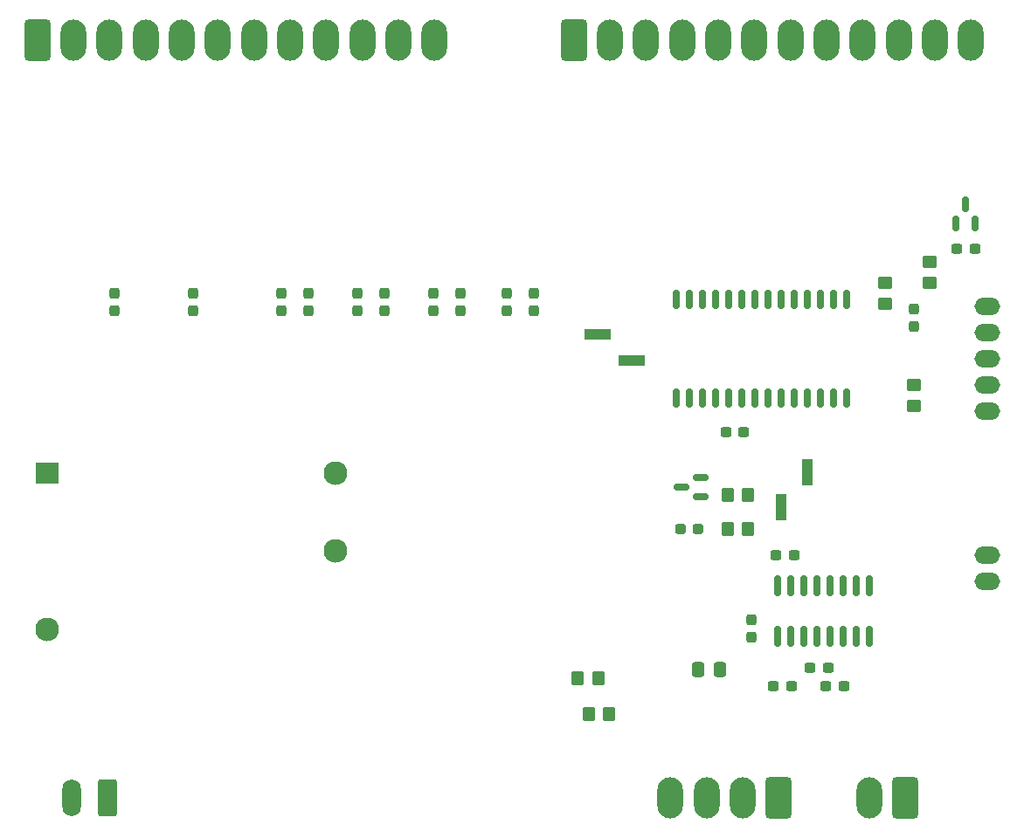
<source format=gbr>
%TF.GenerationSoftware,KiCad,Pcbnew,8.0.2*%
%TF.CreationDate,2024-12-10T14:01:00+01:00*%
%TF.ProjectId,energie,656e6572-6769-4652-9e6b-696361645f70,rev?*%
%TF.SameCoordinates,Original*%
%TF.FileFunction,Soldermask,Top*%
%TF.FilePolarity,Negative*%
%FSLAX46Y46*%
G04 Gerber Fmt 4.6, Leading zero omitted, Abs format (unit mm)*
G04 Created by KiCad (PCBNEW 8.0.2) date 2024-12-10 14:01:00*
%MOMM*%
%LPD*%
G01*
G04 APERTURE LIST*
G04 Aperture macros list*
%AMRoundRect*
0 Rectangle with rounded corners*
0 $1 Rounding radius*
0 $2 $3 $4 $5 $6 $7 $8 $9 X,Y pos of 4 corners*
0 Add a 4 corners polygon primitive as box body*
4,1,4,$2,$3,$4,$5,$6,$7,$8,$9,$2,$3,0*
0 Add four circle primitives for the rounded corners*
1,1,$1+$1,$2,$3*
1,1,$1+$1,$4,$5*
1,1,$1+$1,$6,$7*
1,1,$1+$1,$8,$9*
0 Add four rect primitives between the rounded corners*
20,1,$1+$1,$2,$3,$4,$5,0*
20,1,$1+$1,$4,$5,$6,$7,0*
20,1,$1+$1,$6,$7,$8,$9,0*
20,1,$1+$1,$8,$9,$2,$3,0*%
G04 Aperture macros list end*
%ADD10RoundRect,0.237500X0.237500X-0.287500X0.237500X0.287500X-0.237500X0.287500X-0.237500X-0.287500X0*%
%ADD11RoundRect,0.347223X0.902777X1.652777X-0.902777X1.652777X-0.902777X-1.652777X0.902777X-1.652777X0*%
%ADD12O,2.500000X4.000000*%
%ADD13R,1.000000X2.510000*%
%ADD14RoundRect,0.250000X0.650000X1.550000X-0.650000X1.550000X-0.650000X-1.550000X0.650000X-1.550000X0*%
%ADD15O,1.800000X3.600000*%
%ADD16RoundRect,0.250000X-0.450000X0.350000X-0.450000X-0.350000X0.450000X-0.350000X0.450000X0.350000X0*%
%ADD17RoundRect,0.237500X0.300000X0.237500X-0.300000X0.237500X-0.300000X-0.237500X0.300000X-0.237500X0*%
%ADD18RoundRect,0.237500X-0.287500X-0.237500X0.287500X-0.237500X0.287500X0.237500X-0.287500X0.237500X0*%
%ADD19RoundRect,0.250000X0.350000X0.450000X-0.350000X0.450000X-0.350000X-0.450000X0.350000X-0.450000X0*%
%ADD20RoundRect,0.250000X-0.337500X-0.475000X0.337500X-0.475000X0.337500X0.475000X-0.337500X0.475000X0*%
%ADD21RoundRect,0.237500X-0.300000X-0.237500X0.300000X-0.237500X0.300000X0.237500X-0.300000X0.237500X0*%
%ADD22RoundRect,0.250000X0.450000X-0.350000X0.450000X0.350000X-0.450000X0.350000X-0.450000X-0.350000X0*%
%ADD23RoundRect,0.347223X-0.902777X-1.652777X0.902777X-1.652777X0.902777X1.652777X-0.902777X1.652777X0*%
%ADD24O,2.500000X1.700000*%
%ADD25RoundRect,0.150000X0.150000X-0.587500X0.150000X0.587500X-0.150000X0.587500X-0.150000X-0.587500X0*%
%ADD26R,2.510000X1.000000*%
%ADD27RoundRect,0.150000X0.587500X0.150000X-0.587500X0.150000X-0.587500X-0.150000X0.587500X-0.150000X0*%
%ADD28RoundRect,0.237500X0.237500X-0.300000X0.237500X0.300000X-0.237500X0.300000X-0.237500X-0.300000X0*%
%ADD29RoundRect,0.150000X-0.150000X0.750000X-0.150000X-0.750000X0.150000X-0.750000X0.150000X0.750000X0*%
%ADD30RoundRect,0.150000X0.150000X-0.825000X0.150000X0.825000X-0.150000X0.825000X-0.150000X-0.825000X0*%
%ADD31R,2.300000X2.000000*%
%ADD32C,2.300000*%
%ADD33RoundRect,0.250000X-0.350000X-0.450000X0.350000X-0.450000X0.350000X0.450000X-0.350000X0.450000X0*%
G04 APERTURE END LIST*
D10*
%TO.C,D27*%
X108204000Y-83267000D03*
X108204000Y-81517000D03*
%TD*%
D11*
%TO.C,J4*%
X153812000Y-130429000D03*
D12*
X150312000Y-130429000D03*
X146812000Y-130429000D03*
X143312000Y-130429000D03*
%TD*%
D13*
%TO.C,J6*%
X156591000Y-98929000D03*
X154051000Y-102239000D03*
%TD*%
D10*
%TO.C,D28*%
X89408000Y-83267000D03*
X89408000Y-81517000D03*
%TD*%
D14*
%TO.C,J9*%
X88773000Y-130429000D03*
D15*
X85273000Y-130429000D03*
%TD*%
D10*
%TO.C,D14*%
X127458000Y-83267000D03*
X127458000Y-81517000D03*
%TD*%
D16*
%TO.C,R7*%
X164084000Y-80550000D03*
X164084000Y-82550000D03*
%TD*%
D17*
%TO.C,C8*%
X160120500Y-119634000D03*
X158395500Y-119634000D03*
%TD*%
D18*
%TO.C,D7*%
X144272000Y-104394000D03*
X146022000Y-104394000D03*
%TD*%
D19*
%TO.C,R11*%
X150860000Y-104394000D03*
X148860000Y-104394000D03*
%TD*%
%TO.C,R17*%
X136331200Y-118872000D03*
X134331200Y-118872000D03*
%TD*%
D20*
%TO.C,C11*%
X146028500Y-117983000D03*
X148103500Y-117983000D03*
%TD*%
D21*
%TO.C,C7*%
X156871500Y-117856000D03*
X158596500Y-117856000D03*
%TD*%
%TO.C,C9*%
X153315500Y-119634000D03*
X155040500Y-119634000D03*
%TD*%
D10*
%TO.C,D26*%
X105614000Y-83267000D03*
X105614000Y-81517000D03*
%TD*%
D22*
%TO.C,R9*%
X168402000Y-80502000D03*
X168402000Y-78502000D03*
%TD*%
D23*
%TO.C,J1*%
X133950000Y-57000000D03*
D12*
X137450000Y-57000000D03*
X140950000Y-57000000D03*
X144450000Y-57000000D03*
X147950000Y-57000000D03*
X151450000Y-57000000D03*
X154950000Y-57000000D03*
X158450000Y-57000000D03*
X161950000Y-57000000D03*
X165450000Y-57000000D03*
X168950000Y-57000000D03*
X172450000Y-57000000D03*
%TD*%
D24*
%TO.C,J2*%
X173990000Y-92964000D03*
X173990000Y-90424000D03*
X173990000Y-87884000D03*
X173990000Y-85344000D03*
X173990000Y-82804000D03*
%TD*%
D10*
%TO.C,D15*%
X130048000Y-83267000D03*
X130048000Y-81517000D03*
%TD*%
D25*
%TO.C,U3*%
X170942000Y-74773000D03*
X172842000Y-74773000D03*
X171892000Y-72898000D03*
%TD*%
D26*
%TO.C,J7*%
X139577000Y-88011000D03*
X136267000Y-85471000D03*
%TD*%
D10*
%TO.C,D24*%
X120346000Y-83267000D03*
X120346000Y-81517000D03*
%TD*%
%TO.C,D16*%
X112980000Y-83267000D03*
X112980000Y-81517000D03*
%TD*%
D27*
%TO.C,Q1*%
X146260000Y-101296000D03*
X146260000Y-99396000D03*
X144385000Y-100346000D03*
%TD*%
D23*
%TO.C,J5*%
X81964500Y-57000000D03*
D12*
X85464500Y-57000000D03*
X88964500Y-57000000D03*
X92464500Y-57000000D03*
X95964500Y-57000000D03*
X99464500Y-57000000D03*
X102964500Y-57000000D03*
X106464500Y-57000000D03*
X109964500Y-57000000D03*
X113464500Y-57000000D03*
X116964500Y-57000000D03*
X120464500Y-57000000D03*
%TD*%
D11*
%TO.C,J3*%
X166060000Y-130429000D03*
D12*
X162560000Y-130429000D03*
%TD*%
D10*
%TO.C,D25*%
X122936000Y-83267000D03*
X122936000Y-81517000D03*
%TD*%
D28*
%TO.C,C1*%
X166878000Y-84783000D03*
X166878000Y-83058000D03*
%TD*%
D29*
%TO.C,U2*%
X160387000Y-82094000D03*
X159117000Y-82094000D03*
X157847000Y-82094000D03*
X156577000Y-82094000D03*
X155307000Y-82094000D03*
X154037000Y-82094000D03*
X152767000Y-82094000D03*
X151497000Y-82094000D03*
X150227000Y-82094000D03*
X148957000Y-82094000D03*
X147687000Y-82094000D03*
X146417000Y-82094000D03*
X145147000Y-82094000D03*
X143877000Y-82094000D03*
X143877000Y-91694000D03*
X145147000Y-91694000D03*
X146417000Y-91694000D03*
X147687000Y-91694000D03*
X148957000Y-91694000D03*
X150227000Y-91694000D03*
X151497000Y-91694000D03*
X152767000Y-91694000D03*
X154037000Y-91694000D03*
X155307000Y-91694000D03*
X156577000Y-91694000D03*
X157847000Y-91694000D03*
X159117000Y-91694000D03*
X160387000Y-91694000D03*
%TD*%
D24*
%TO.C,J8*%
X173990000Y-106929000D03*
X173990000Y-109469000D03*
%TD*%
D30*
%TO.C,U4*%
X153670000Y-114808000D03*
X154940000Y-114808000D03*
X156210000Y-114808000D03*
X157480000Y-114808000D03*
X158750000Y-114808000D03*
X160020000Y-114808000D03*
X161290000Y-114808000D03*
X162560000Y-114808000D03*
X162560000Y-109858000D03*
X161290000Y-109858000D03*
X160020000Y-109858000D03*
X158750000Y-109858000D03*
X157480000Y-109858000D03*
X156210000Y-109858000D03*
X154940000Y-109858000D03*
X153670000Y-109858000D03*
%TD*%
D10*
%TO.C,D18*%
X97028000Y-83267000D03*
X97028000Y-81517000D03*
%TD*%
D28*
%TO.C,C5*%
X151130000Y-114908500D03*
X151130000Y-113183500D03*
%TD*%
D31*
%TO.C,PS1*%
X82901000Y-98943500D03*
D32*
X82901000Y-114143500D03*
X110901000Y-98943500D03*
X110901000Y-106543500D03*
%TD*%
D16*
%TO.C,R8*%
X166878000Y-90440000D03*
X166878000Y-92440000D03*
%TD*%
D33*
%TO.C,R10*%
X148860000Y-101092000D03*
X150860000Y-101092000D03*
%TD*%
D21*
%TO.C,C4*%
X171095500Y-77216000D03*
X172820500Y-77216000D03*
%TD*%
D19*
%TO.C,R20*%
X137398000Y-122377200D03*
X135398000Y-122377200D03*
%TD*%
D17*
%TO.C,C2*%
X150428000Y-94996000D03*
X148703000Y-94996000D03*
%TD*%
D21*
%TO.C,C6*%
X153569500Y-106934000D03*
X155294500Y-106934000D03*
%TD*%
D10*
%TO.C,D17*%
X115570000Y-83267000D03*
X115570000Y-81517000D03*
%TD*%
M02*

</source>
